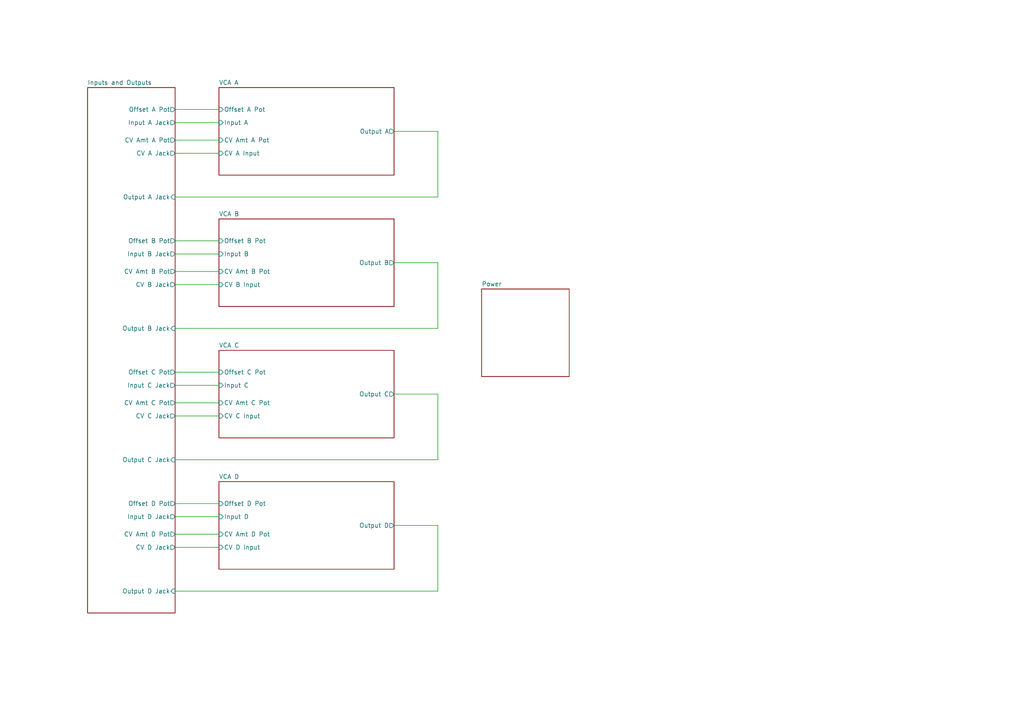
<source format=kicad_sch>
(kicad_sch
	(version 20250114)
	(generator "eeschema")
	(generator_version "9.0")
	(uuid "58f4306d-5387-4983-bb08-41a2313fd315")
	(paper "A4")
	(title_block
		(rev "1")
		(company "DMH Instruments")
		(comment 1 "PCB for 5 cm Kosmo format synthesizer module")
	)
	(lib_symbols)
	(wire
		(pts
			(xy 127 133.35) (xy 127 114.3)
		)
		(stroke
			(width 0)
			(type default)
		)
		(uuid "1f16d6d3-52c1-48b3-9673-674192d9800c")
	)
	(wire
		(pts
			(xy 114.3 152.4) (xy 127 152.4)
		)
		(stroke
			(width 0)
			(type default)
		)
		(uuid "2a7d013f-f50e-4598-b835-1da9d0687d51")
	)
	(wire
		(pts
			(xy 50.8 133.35) (xy 127 133.35)
		)
		(stroke
			(width 0)
			(type default)
		)
		(uuid "2fa82d07-b5a4-46dd-9b6c-90a9cafa99fb")
	)
	(wire
		(pts
			(xy 50.8 78.74) (xy 63.5 78.74)
		)
		(stroke
			(width 0)
			(type default)
		)
		(uuid "34a92548-e806-490e-a018-a456e65545f4")
	)
	(wire
		(pts
			(xy 127 95.25) (xy 127 76.2)
		)
		(stroke
			(width 0)
			(type default)
		)
		(uuid "395a46e3-41da-44fb-bbd6-b900b75e05b1")
	)
	(wire
		(pts
			(xy 114.3 114.3) (xy 127 114.3)
		)
		(stroke
			(width 0)
			(type default)
		)
		(uuid "3c58945a-2ccf-4e19-b91c-0a280f316fbb")
	)
	(wire
		(pts
			(xy 50.8 82.55) (xy 63.5 82.55)
		)
		(stroke
			(width 0)
			(type default)
		)
		(uuid "41b63aab-69f8-48e0-8c86-334d016c00eb")
	)
	(wire
		(pts
			(xy 50.8 107.95) (xy 63.5 107.95)
		)
		(stroke
			(width 0)
			(type default)
		)
		(uuid "440ef6e5-abe5-4941-88f9-5e79bfc4b43d")
	)
	(wire
		(pts
			(xy 50.8 44.45) (xy 63.5 44.45)
		)
		(stroke
			(width 0)
			(type default)
		)
		(uuid "5b2cd43a-4007-4822-a1d5-e564d4396fd9")
	)
	(wire
		(pts
			(xy 50.8 31.75) (xy 63.5 31.75)
		)
		(stroke
			(width 0)
			(type default)
		)
		(uuid "5fbcc1c4-7a9c-4a07-97c4-68cbe7cb813c")
	)
	(wire
		(pts
			(xy 50.8 35.56) (xy 63.5 35.56)
		)
		(stroke
			(width 0)
			(type default)
		)
		(uuid "5fc8452b-e118-4f78-af9e-a20f28ba6de0")
	)
	(wire
		(pts
			(xy 50.8 73.66) (xy 63.5 73.66)
		)
		(stroke
			(width 0)
			(type default)
		)
		(uuid "61895872-7332-43ea-87bc-7872a4124c7e")
	)
	(wire
		(pts
			(xy 127 57.15) (xy 127 38.1)
		)
		(stroke
			(width 0)
			(type default)
		)
		(uuid "65d96d4a-5ebd-403a-9336-f262cb9279ae")
	)
	(wire
		(pts
			(xy 114.3 76.2) (xy 127 76.2)
		)
		(stroke
			(width 0)
			(type default)
		)
		(uuid "6a461bab-55ba-431e-a8aa-477a2e7e1d07")
	)
	(wire
		(pts
			(xy 50.8 146.05) (xy 63.5 146.05)
		)
		(stroke
			(width 0)
			(type default)
		)
		(uuid "6a633d7c-ecae-463f-a404-27dd257ce281")
	)
	(wire
		(pts
			(xy 50.8 149.86) (xy 63.5 149.86)
		)
		(stroke
			(width 0)
			(type default)
		)
		(uuid "6a6d73cb-91eb-4c6f-a867-98dc09eb99d0")
	)
	(wire
		(pts
			(xy 50.8 158.75) (xy 63.5 158.75)
		)
		(stroke
			(width 0)
			(type default)
		)
		(uuid "71bd5ca3-48e2-4f0e-8d45-bf4dda7f45c6")
	)
	(wire
		(pts
			(xy 50.8 40.64) (xy 63.5 40.64)
		)
		(stroke
			(width 0)
			(type default)
		)
		(uuid "8586d4db-d572-4b82-9f03-bc7fd9bddd0e")
	)
	(wire
		(pts
			(xy 50.8 57.15) (xy 127 57.15)
		)
		(stroke
			(width 0)
			(type default)
		)
		(uuid "8daddbb1-8c45-45ba-8e75-1a0fb048df70")
	)
	(wire
		(pts
			(xy 50.8 116.84) (xy 63.5 116.84)
		)
		(stroke
			(width 0)
			(type default)
		)
		(uuid "900e4107-c603-4b99-96e3-bb3fc57b252b")
	)
	(wire
		(pts
			(xy 114.3 38.1) (xy 127 38.1)
		)
		(stroke
			(width 0)
			(type default)
		)
		(uuid "9a6e661e-9f9e-4389-b6f8-d03edc65253d")
	)
	(wire
		(pts
			(xy 50.8 69.85) (xy 63.5 69.85)
		)
		(stroke
			(width 0)
			(type default)
		)
		(uuid "9fff9727-d6c9-40bd-9cf1-01b551d2f579")
	)
	(wire
		(pts
			(xy 127 171.45) (xy 50.8 171.45)
		)
		(stroke
			(width 0)
			(type default)
		)
		(uuid "a4c0c171-cb51-49e0-9386-1d913264d61e")
	)
	(wire
		(pts
			(xy 127 152.4) (xy 127 171.45)
		)
		(stroke
			(width 0)
			(type default)
		)
		(uuid "b27feb3a-35f8-42a5-97da-1b6154d05483")
	)
	(wire
		(pts
			(xy 50.8 154.94) (xy 63.5 154.94)
		)
		(stroke
			(width 0)
			(type default)
		)
		(uuid "bfe37427-6c79-441b-ae5f-302d62d6be47")
	)
	(wire
		(pts
			(xy 50.8 120.65) (xy 63.5 120.65)
		)
		(stroke
			(width 0)
			(type default)
		)
		(uuid "c5b4b17c-0fb4-4950-8873-7b3788635565")
	)
	(wire
		(pts
			(xy 50.8 95.25) (xy 127 95.25)
		)
		(stroke
			(width 0)
			(type default)
		)
		(uuid "ca29f8c3-9ec7-42b9-b94c-3a193f3ae7cc")
	)
	(wire
		(pts
			(xy 50.8 111.76) (xy 63.5 111.76)
		)
		(stroke
			(width 0)
			(type default)
		)
		(uuid "cc08315a-d5dd-4526-bca1-e60a605984b3")
	)
	(sheet
		(at 139.7 83.82)
		(size 25.4 25.4)
		(exclude_from_sim no)
		(in_bom yes)
		(on_board yes)
		(dnp no)
		(fields_autoplaced yes)
		(stroke
			(width 0.1524)
			(type solid)
		)
		(fill
			(color 0 0 0 0.0000)
		)
		(uuid "0cdf34b2-39cd-4d9e-981a-97cd34791509")
		(property "Sheetname" "Power"
			(at 139.7 83.1084 0)
			(effects
				(font
					(size 1.27 1.27)
				)
				(justify left bottom)
			)
		)
		(property "Sheetfile" "Power.kicad_sch"
			(at 139.7 109.8046 0)
			(effects
				(font
					(size 1.27 1.27)
				)
				(justify left top)
				(hide yes)
			)
		)
		(instances
			(project "DMH_VCA_Bank_PCB_1"
				(path "/58f4306d-5387-4983-bb08-41a2313fd315"
					(page "7")
				)
			)
		)
	)
	(sheet
		(at 63.5 25.4)
		(size 50.8 25.4)
		(exclude_from_sim no)
		(in_bom yes)
		(on_board yes)
		(dnp no)
		(fields_autoplaced yes)
		(stroke
			(width 0.1524)
			(type solid)
		)
		(fill
			(color 0 0 0 0.0000)
		)
		(uuid "7ad2d702-dfb7-4d49-a82d-34430dd5948f")
		(property "Sheetname" "VCA A"
			(at 63.5 24.6884 0)
			(effects
				(font
					(size 1.27 1.27)
				)
				(justify left bottom)
			)
		)
		(property "Sheetfile" "VCA_A.kicad_sch"
			(at 63.5 51.3846 0)
			(effects
				(font
					(size 1.27 1.27)
				)
				(justify left top)
				(hide yes)
			)
		)
		(pin "CV A Input" input
			(at 63.5 44.45 180)
			(uuid "87fde43c-48b7-4e16-8272-974aa5168592")
			(effects
				(font
					(size 1.27 1.27)
				)
				(justify left)
			)
		)
		(pin "Offset A Pot" input
			(at 63.5 31.75 180)
			(uuid "09d04d01-f8bf-4499-80e6-660dda12d907")
			(effects
				(font
					(size 1.27 1.27)
				)
				(justify left)
			)
		)
		(pin "Input A" input
			(at 63.5 35.56 180)
			(uuid "b0c11921-e0dd-409b-ab72-416687eaaedf")
			(effects
				(font
					(size 1.27 1.27)
				)
				(justify left)
			)
		)
		(pin "Output A" output
			(at 114.3 38.1 0)
			(uuid "965e62cb-36a2-486e-8893-93a8a9404909")
			(effects
				(font
					(size 1.27 1.27)
				)
				(justify right)
			)
		)
		(pin "CV Amt A Pot" input
			(at 63.5 40.64 180)
			(uuid "388e9ddd-aee6-4015-aab0-2aa2cca6ed88")
			(effects
				(font
					(size 1.27 1.27)
				)
				(justify left)
			)
		)
		(instances
			(project "DMH_VCA_Bank_PCB_1"
				(path "/58f4306d-5387-4983-bb08-41a2313fd315"
					(page "3")
				)
			)
		)
	)
	(sheet
		(at 63.5 63.5)
		(size 50.8 25.4)
		(exclude_from_sim no)
		(in_bom yes)
		(on_board yes)
		(dnp no)
		(fields_autoplaced yes)
		(stroke
			(width 0.1524)
			(type solid)
		)
		(fill
			(color 0 0 0 0.0000)
		)
		(uuid "b1c4e848-8fe8-4310-abec-b04b02b54b3f")
		(property "Sheetname" "VCA B"
			(at 63.5 62.7884 0)
			(effects
				(font
					(size 1.27 1.27)
				)
				(justify left bottom)
			)
		)
		(property "Sheetfile" "VCA_B.kicad_sch"
			(at 63.5 89.4846 0)
			(effects
				(font
					(size 1.27 1.27)
				)
				(justify left top)
				(hide yes)
			)
		)
		(pin "CV B Input" input
			(at 63.5 82.55 180)
			(uuid "1fe200bf-af92-40e4-88cb-c81b1ff64153")
			(effects
				(font
					(size 1.27 1.27)
				)
				(justify left)
			)
		)
		(pin "Offset B Pot" input
			(at 63.5 69.85 180)
			(uuid "6a43f4e5-a6c8-40b9-999f-4c3ca2683a42")
			(effects
				(font
					(size 1.27 1.27)
				)
				(justify left)
			)
		)
		(pin "Input B" input
			(at 63.5 73.66 180)
			(uuid "354cc98a-a3c1-47ea-98a0-fe004a9902c6")
			(effects
				(font
					(size 1.27 1.27)
				)
				(justify left)
			)
		)
		(pin "Output B" output
			(at 114.3 76.2 0)
			(uuid "4e55c8c2-9bee-4ed1-b647-3255754d426b")
			(effects
				(font
					(size 1.27 1.27)
				)
				(justify right)
			)
		)
		(pin "CV Amt B Pot" input
			(at 63.5 78.74 180)
			(uuid "7b5ea31e-8072-4c65-9860-9ac610df1829")
			(effects
				(font
					(size 1.27 1.27)
				)
				(justify left)
			)
		)
		(instances
			(project "DMH_VCA_Bank_PCB_1"
				(path "/58f4306d-5387-4983-bb08-41a2313fd315"
					(page "4")
				)
			)
		)
	)
	(sheet
		(at 63.5 139.7)
		(size 50.8 25.4)
		(exclude_from_sim no)
		(in_bom yes)
		(on_board yes)
		(dnp no)
		(fields_autoplaced yes)
		(stroke
			(width 0.1524)
			(type solid)
		)
		(fill
			(color 0 0 0 0.0000)
		)
		(uuid "c27d7238-b4ac-4015-aeaf-9ab9d50e25c5")
		(property "Sheetname" "VCA D"
			(at 63.5 138.9884 0)
			(effects
				(font
					(size 1.27 1.27)
				)
				(justify left bottom)
			)
		)
		(property "Sheetfile" "VCA_D.kicad_sch"
			(at 63.5 165.6846 0)
			(effects
				(font
					(size 1.27 1.27)
				)
				(justify left top)
				(hide yes)
			)
		)
		(pin "CV D Input" input
			(at 63.5 158.75 180)
			(uuid "b2b5ab97-14ef-4cf5-905a-0255370929eb")
			(effects
				(font
					(size 1.27 1.27)
				)
				(justify left)
			)
		)
		(pin "Offset D Pot" input
			(at 63.5 146.05 180)
			(uuid "92dfd469-428e-4f95-befa-80a5042b3424")
			(effects
				(font
					(size 1.27 1.27)
				)
				(justify left)
			)
		)
		(pin "Input D" input
			(at 63.5 149.86 180)
			(uuid "fa4a47cb-ff2c-4bc0-9c70-8ef4232b22bd")
			(effects
				(font
					(size 1.27 1.27)
				)
				(justify left)
			)
		)
		(pin "Output D" output
			(at 114.3 152.4 0)
			(uuid "988ac25f-3ddb-446f-905d-930a072ad2ad")
			(effects
				(font
					(size 1.27 1.27)
				)
				(justify right)
			)
		)
		(pin "CV Amt D Pot" input
			(at 63.5 154.94 180)
			(uuid "f82ceba2-2a1d-4cb4-9167-d8471db3f3cd")
			(effects
				(font
					(size 1.27 1.27)
				)
				(justify left)
			)
		)
		(instances
			(project "DMH_VCA_Bank_PCB_1"
				(path "/58f4306d-5387-4983-bb08-41a2313fd315"
					(page "6")
				)
			)
		)
	)
	(sheet
		(at 25.4 25.4)
		(size 25.4 152.4)
		(exclude_from_sim no)
		(in_bom yes)
		(on_board yes)
		(dnp no)
		(fields_autoplaced yes)
		(stroke
			(width 0.1524)
			(type solid)
		)
		(fill
			(color 0 0 0 0.0000)
		)
		(uuid "ce3fef8b-9f1d-4178-b50b-4a046c030679")
		(property "Sheetname" "Inputs and Outputs"
			(at 25.4 24.6884 0)
			(effects
				(font
					(size 1.27 1.27)
				)
				(justify left bottom)
			)
		)
		(property "Sheetfile" "Inputs_and_Outputs.kicad_sch"
			(at 25.4 178.3846 0)
			(effects
				(font
					(size 1.27 1.27)
				)
				(justify left top)
				(hide yes)
			)
		)
		(pin "Output B Jack" input
			(at 50.8 95.25 0)
			(uuid "61bea0f4-ac41-402a-94f0-8fd20c42f5bb")
			(effects
				(font
					(size 1.27 1.27)
				)
				(justify right)
			)
		)
		(pin "Offset B Pot" output
			(at 50.8 69.85 0)
			(uuid "2b499b55-3046-497d-8405-d40c6da8cd8f")
			(effects
				(font
					(size 1.27 1.27)
				)
				(justify right)
			)
		)
		(pin "Input B Jack" output
			(at 50.8 73.66 0)
			(uuid "3cf31980-7843-4e17-be32-ca57519cde2c")
			(effects
				(font
					(size 1.27 1.27)
				)
				(justify right)
			)
		)
		(pin "Output C Jack" input
			(at 50.8 133.35 0)
			(uuid "d216050d-0d6a-486d-8a67-2fa82a16c264")
			(effects
				(font
					(size 1.27 1.27)
				)
				(justify right)
			)
		)
		(pin "Input C Jack" output
			(at 50.8 111.76 0)
			(uuid "dd78b2b7-9944-4604-a1e4-dbdb0028fd86")
			(effects
				(font
					(size 1.27 1.27)
				)
				(justify right)
			)
		)
		(pin "Offset C Pot" output
			(at 50.8 107.95 0)
			(uuid "896c0ade-7003-4f85-963b-24331b9a8289")
			(effects
				(font
					(size 1.27 1.27)
				)
				(justify right)
			)
		)
		(pin "Input A Jack" output
			(at 50.8 35.56 0)
			(uuid "5c0f720a-4dfd-4897-9d6b-44332e28be99")
			(effects
				(font
					(size 1.27 1.27)
				)
				(justify right)
			)
		)
		(pin "Offset A Pot" output
			(at 50.8 31.75 0)
			(uuid "35699646-dba7-41ae-80a5-4d15a02fb008")
			(effects
				(font
					(size 1.27 1.27)
				)
				(justify right)
			)
		)
		(pin "Output A Jack" input
			(at 50.8 57.15 0)
			(uuid "2b26e58f-1712-412f-a861-4d993084304d")
			(effects
				(font
					(size 1.27 1.27)
				)
				(justify right)
			)
		)
		(pin "CV C Jack" output
			(at 50.8 120.65 0)
			(uuid "85a26802-b8dc-4b9e-8884-33eb901a71c8")
			(effects
				(font
					(size 1.27 1.27)
				)
				(justify right)
			)
		)
		(pin "CV B Jack" output
			(at 50.8 82.55 0)
			(uuid "8af36520-2e64-4fc4-b0fb-c5511377e468")
			(effects
				(font
					(size 1.27 1.27)
				)
				(justify right)
			)
		)
		(pin "CV A Jack" output
			(at 50.8 44.45 0)
			(uuid "7430c3a0-ebb7-4748-ab05-c28b46e0d04c")
			(effects
				(font
					(size 1.27 1.27)
				)
				(justify right)
			)
		)
		(pin "CV Amt A Pot" output
			(at 50.8 40.64 0)
			(uuid "13dab434-c4f7-4866-9d1c-fdfbdcd5f147")
			(effects
				(font
					(size 1.27 1.27)
				)
				(justify right)
			)
		)
		(pin "CV Amt B Pot" output
			(at 50.8 78.74 0)
			(uuid "700e12f1-ecee-48fa-aa2e-4c74e7f32eed")
			(effects
				(font
					(size 1.27 1.27)
				)
				(justify right)
			)
		)
		(pin "CV Amt C Pot" output
			(at 50.8 116.84 0)
			(uuid "9d57236d-ef97-4e80-9718-8e3ccad9c56d")
			(effects
				(font
					(size 1.27 1.27)
				)
				(justify right)
			)
		)
		(pin "CV Amt D Pot" output
			(at 50.8 154.94 0)
			(uuid "2281f5dd-4bd3-4c4e-beff-96c57d7a8b97")
			(effects
				(font
					(size 1.27 1.27)
				)
				(justify right)
			)
		)
		(pin "CV D Jack" output
			(at 50.8 158.75 0)
			(uuid "e1b01a92-2983-4791-acac-b04609d91096")
			(effects
				(font
					(size 1.27 1.27)
				)
				(justify right)
			)
		)
		(pin "Input D Jack" output
			(at 50.8 149.86 0)
			(uuid "96c5e396-3e37-4312-b613-661a6a421c45")
			(effects
				(font
					(size 1.27 1.27)
				)
				(justify right)
			)
		)
		(pin "Offset D Pot" output
			(at 50.8 146.05 0)
			(uuid "c8be53c3-bf22-4d0b-831f-5d89cb6dd6a1")
			(effects
				(font
					(size 1.27 1.27)
				)
				(justify right)
			)
		)
		(pin "Output D Jack" input
			(at 50.8 171.45 0)
			(uuid "ffe71f48-43f4-42f9-9c9e-5e41b58b4d6c")
			(effects
				(font
					(size 1.27 1.27)
				)
				(justify right)
			)
		)
		(instances
			(project "DMH_VCA_Bank_PCB_1"
				(path "/58f4306d-5387-4983-bb08-41a2313fd315"
					(page "2")
				)
			)
		)
	)
	(sheet
		(at 63.5 101.6)
		(size 50.8 25.4)
		(exclude_from_sim no)
		(in_bom yes)
		(on_board yes)
		(dnp no)
		(fields_autoplaced yes)
		(stroke
			(width 0.1524)
			(type solid)
		)
		(fill
			(color 0 0 0 0.0000)
		)
		(uuid "e5196600-83a1-4dc3-ad8c-62681c1f8ce4")
		(property "Sheetname" "VCA C"
			(at 63.5 100.8884 0)
			(effects
				(font
					(size 1.27 1.27)
				)
				(justify left bottom)
			)
		)
		(property "Sheetfile" "VCA_C.kicad_sch"
			(at 63.5 127.5846 0)
			(effects
				(font
					(size 1.27 1.27)
				)
				(justify left top)
				(hide yes)
			)
		)
		(pin "CV C Input" input
			(at 63.5 120.65 180)
			(uuid "d52771ee-79cb-4869-b11f-fa73680621b9")
			(effects
				(font
					(size 1.27 1.27)
				)
				(justify left)
			)
		)
		(pin "Offset C Pot" input
			(at 63.5 107.95 180)
			(uuid "62448cd8-d2d5-4779-a917-bc774cf2f139")
			(effects
				(font
					(size 1.27 1.27)
				)
				(justify left)
			)
		)
		(pin "Input C" input
			(at 63.5 111.76 180)
			(uuid "9ebc14e7-7cf0-4bd5-9a49-177a4248fec2")
			(effects
				(font
					(size 1.27 1.27)
				)
				(justify left)
			)
		)
		(pin "Output C" output
			(at 114.3 114.3 0)
			(uuid "fbaf4ebb-2ec1-464d-898f-32c68defd3f8")
			(effects
				(font
					(size 1.27 1.27)
				)
				(justify right)
			)
		)
		(pin "CV Amt C Pot" input
			(at 63.5 116.84 180)
			(uuid "ad5ce73d-985c-481e-a3af-b1d865cc976c")
			(effects
				(font
					(size 1.27 1.27)
				)
				(justify left)
			)
		)
		(instances
			(project "DMH_VCA_Bank_PCB_1"
				(path "/58f4306d-5387-4983-bb08-41a2313fd315"
					(page "5")
				)
			)
		)
	)
	(sheet_instances
		(path "/"
			(page "1")
		)
	)
	(embedded_fonts no)
)

</source>
